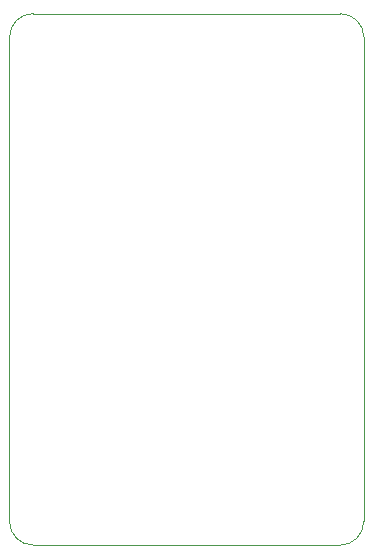
<source format=gbr>
G04 #@! TF.GenerationSoftware,KiCad,Pcbnew,5.1.5+dfsg1-2build2*
G04 #@! TF.CreationDate,2022-04-24T00:37:48-04:00*
G04 #@! TF.ProjectId,maghand,6d616768-616e-4642-9e6b-696361645f70,rev?*
G04 #@! TF.SameCoordinates,Original*
G04 #@! TF.FileFunction,Profile,NP*
%FSLAX46Y46*%
G04 Gerber Fmt 4.6, Leading zero omitted, Abs format (unit mm)*
G04 Created by KiCad (PCBNEW 5.1.5+dfsg1-2build2) date 2022-04-24 00:37:48*
%MOMM*%
%LPD*%
G04 APERTURE LIST*
%ADD10C,0.050000*%
%ADD11C,0.100000*%
G04 APERTURE END LIST*
D10*
X135600000Y-90400000D02*
G75*
G02X137600000Y-92400000I0J-2000000D01*
G01*
X107600000Y-92400000D02*
G75*
G02X109600000Y-90400000I2000000J0D01*
G01*
X109600000Y-135400000D02*
G75*
G02X107600000Y-133400000I0J2000000D01*
G01*
X137600000Y-133400000D02*
G75*
G02X135600000Y-135400000I-2000000J0D01*
G01*
D11*
X137600000Y-92400000D02*
X137600000Y-133400000D01*
X109600000Y-90400000D02*
X135600000Y-90400000D01*
X107600000Y-133400000D02*
X107600000Y-92400000D01*
X135600000Y-135400000D02*
X109600000Y-135400000D01*
M02*

</source>
